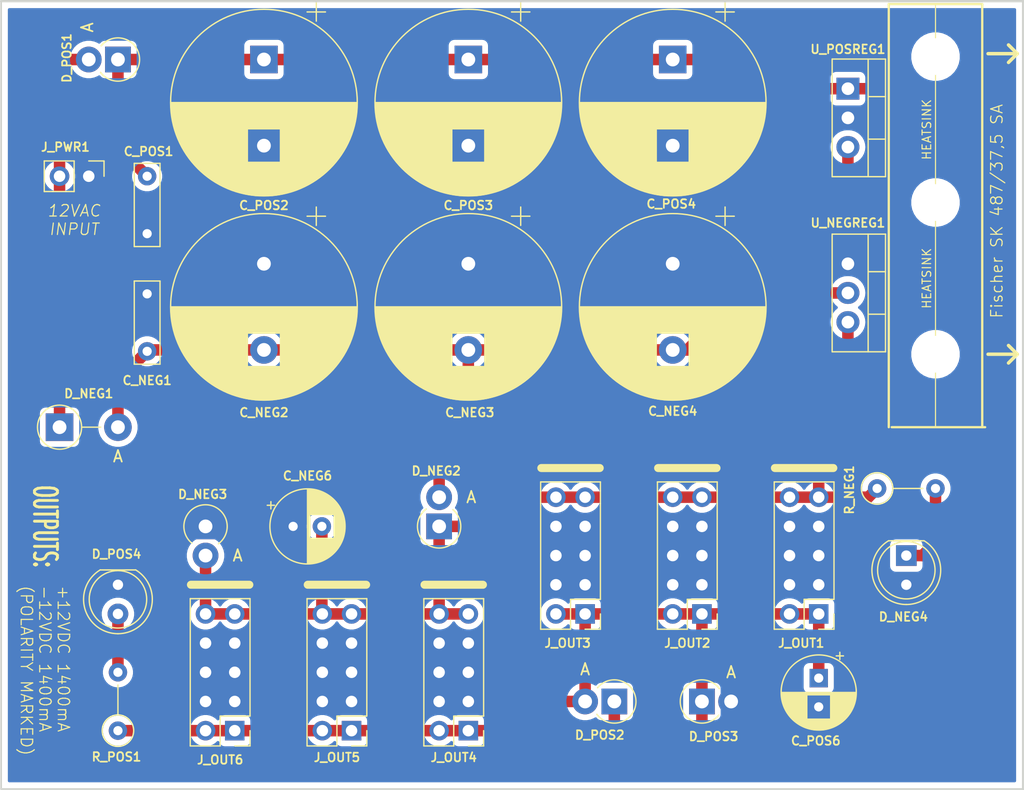
<source format=kicad_pcb>
(kicad_pcb (version 20171130) (host pcbnew "(5.1.6-0-10_14)")
  (layers (0 F.Cu signal) (31 B.Cu signal) (34 B.Paste user) (35 F.Paste user) (36 B.SilkS user) (37 F.SilkS user) (38 B.Mask user) (39 F.Mask user) (44 Edge.Cuts user))
  (net 0 "")
  (net 1 "Net-(D_POS4-Pad2)")
  (net 2 GND)
  (net 3 "Net-(D_NEG4-Pad1)")
  (net 4 /DC_NEG_IN)
  (net 5 /DC_POS_IN)
  (net 6 /AC_IN)
  (net 7 /12VDC_NEG_REG)
  (net 8 /12VDC_POS_REG)
  (module MountingHole:MountingHole_3.2mm_M3_ISO14580 (layer F.Cu) (at 157.48 84.074)
    (fp_text reference REF** hide)
    (fp_text value MountingHole_3.2mm_M3_ISO14580)
    (pad 1 np_thru_hole circle (at 0 0) (size 3.2 3.2) (drill 3.2) (layers *.Cu *.Mask))
  )
  (module MountingHole:MountingHole_3.2mm_M3_ISO14580 (layer F.Cu) (at 157.48 70.866)
    (fp_text reference REF** hide)
    (fp_text value MountingHole_3.2mm_M3_ISO14580)
    (pad 1 np_thru_hole circle (at 0 0) (size 3.2 3.2) (drill 3.2) (layers *.Cu *.Mask))
  )
  (module Capacitor_THT:CP_Radial_D16.0mm_P7.50mm (layer F.Cu) (at 99.06 76.2 270)
    (fp_text reference C_NEG2 (at 12.954 0) (layer F.SilkS) (effects (font (size 0.75 0.75))))
    (fp_text value 4700uF)
    (pad 2 thru_hole circle (at 7.5 0 270) (size 2.4 2.4) (drill 1.2) (layers *.Cu *.Mask) (net 4 /DC_NEG_IN))
    (pad 1 thru_hole rect (at 0 0 270) (size 2.4 2.4) (drill 1.2) (layers *.Cu *.Mask) (net 2 GND))
  )
  (module Capacitor_THT:CP_Radial_D6.3mm_P2.50mm (layer F.Cu) (at 101.6 99.06)
    (fp_text reference C_NEG6 (at 1.25 -4.4) (layer F.SilkS) (effects (font (size 0.75 0.75))))
    (fp_text value 100uF)
    (pad 2 thru_hole circle (at 2.5 0) (size 1.6 1.6) (drill 0.8) (layers *.Cu *.Mask) (net 7 /12VDC_NEG_REG))
    (pad 1 thru_hole rect (at 0 0) (size 1.6 1.6) (drill 0.8) (layers *.Cu *.Mask) (net 2 GND))
  )
  (module Capacitor_THT:CP_Radial_D16.0mm_P7.50mm (layer F.Cu) (at 99.06 58.42 270)
    (fp_text reference C_POS2 (at 12.7 0) (layer F.SilkS) (effects (font (size 0.75 0.75))))
    (fp_text value 4700uF)
    (pad 1 thru_hole rect (at 0 0 270) (size 2.4 2.4) (drill 1.2) (layers *.Cu *.Mask) (net 5 /DC_POS_IN))
    (pad 2 thru_hole circle (at 7.5 0 270) (size 2.4 2.4) (drill 1.2) (layers *.Cu *.Mask) (net 2 GND))
  )
  (module Package_TO_SOT_THT:TO-220-3_Vertical (layer F.Cu) (at 149.86 60.96 270)
    (fp_text reference U_POSREG1 (at -3.429 0) (layer F.SilkS) (effects (font (size 0.75 0.75))))
    (fp_text value L7812)
    (pad 3 thru_hole oval (at 5.08 0 270) (size 1.905 2) (drill 1.1) (layers *.Cu *.Mask) (net 8 /12VDC_POS_REG))
    (pad 2 thru_hole oval (at 2.54 0 270) (size 1.905 2) (drill 1.1) (layers *.Cu *.Mask) (net 2 GND))
    (pad 1 thru_hole rect (at 0 0 270) (size 1.905 2) (drill 1.1) (layers *.Cu *.Mask) (net 5 /DC_POS_IN))
  )
  (module Capacitor_THT:C_Rect_L7.0mm_W2.0mm_P5.00mm (layer F.Cu) (at 88.9 83.82 90)
    (fp_text reference C_NEG1 (at -2.54 0 180) (layer F.SilkS) (effects (font (size 0.75 0.75))))
    (fp_text value 100nF)
    (pad 2 thru_hole circle (at 5 0 90) (size 1.6 1.6) (drill 0.8) (layers *.Cu *.Mask) (net 2 GND))
    (pad 1 thru_hole circle (at 0 0 90) (size 1.6 1.6) (drill 0.8) (layers *.Cu *.Mask) (net 4 /DC_NEG_IN))
  )
  (module Capacitor_THT:CP_Radial_D16.0mm_P7.50mm (layer F.Cu) (at 116.84 76.2 270)
    (fp_text reference C_NEG3 (at 12.954 -0.127) (layer F.SilkS) (effects (font (size 0.75 0.75))))
    (fp_text value 4700uF)
    (pad 1 thru_hole rect (at 0 0 270) (size 2.4 2.4) (drill 1.2) (layers *.Cu *.Mask) (net 2 GND))
    (pad 2 thru_hole circle (at 7.5 0 270) (size 2.4 2.4) (drill 1.2) (layers *.Cu *.Mask) (net 4 /DC_NEG_IN))
  )
  (module Capacitor_THT:CP_Radial_D16.0mm_P7.50mm (layer F.Cu) (at 134.62 76.2 270)
    (fp_text reference C_NEG4 (at 12.827 0) (layer F.SilkS) (effects (font (size 0.75 0.75))))
    (fp_text value 4700uF)
    (pad 2 thru_hole circle (at 7.5 0 270) (size 2.4 2.4) (drill 1.2) (layers *.Cu *.Mask) (net 4 /DC_NEG_IN))
    (pad 1 thru_hole rect (at 0 0 270) (size 2.4 2.4) (drill 1.2) (layers *.Cu *.Mask) (net 2 GND))
  )
  (module Capacitor_THT:C_Rect_L7.0mm_W2.0mm_P5.00mm (layer F.Cu) (at 88.9 68.58 270)
    (fp_text reference C_POS1 (at -2.159 -0.127) (layer F.SilkS) (effects (font (size 0.75 0.75))))
    (fp_text value 100nF)
    (pad 1 thru_hole circle (at 0 0 270) (size 1.6 1.6) (drill 0.8) (layers *.Cu *.Mask) (net 5 /DC_POS_IN))
    (pad 2 thru_hole circle (at 5 0 270) (size 1.6 1.6) (drill 0.8) (layers *.Cu *.Mask) (net 2 GND))
  )
  (module Capacitor_THT:CP_Radial_D16.0mm_P7.50mm (layer F.Cu) (at 116.84 58.42 270)
    (fp_text reference C_POS3 (at 12.7 0) (layer F.SilkS) (effects (font (size 0.75 0.75))))
    (fp_text value 4700uF)
    (pad 2 thru_hole circle (at 7.5 0 270) (size 2.4 2.4) (drill 1.2) (layers *.Cu *.Mask) (net 2 GND))
    (pad 1 thru_hole rect (at 0 0 270) (size 2.4 2.4) (drill 1.2) (layers *.Cu *.Mask) (net 5 /DC_POS_IN))
  )
  (module Capacitor_THT:CP_Radial_D16.0mm_P7.50mm (layer F.Cu) (at 134.62 58.42 270)
    (fp_text reference C_POS4 (at 12.573 0.127) (layer F.SilkS) (effects (font (size 0.75 0.75))))
    (fp_text value 4700uF)
    (pad 1 thru_hole rect (at 0 0 270) (size 2.4 2.4) (drill 1.2) (layers *.Cu *.Mask) (net 5 /DC_POS_IN))
    (pad 2 thru_hole circle (at 7.5 0 270) (size 2.4 2.4) (drill 1.2) (layers *.Cu *.Mask) (net 2 GND))
  )
  (module Capacitor_THT:CP_Radial_D6.3mm_P2.50mm (layer F.Cu) (at 147.32 112.268 270)
    (fp_text reference C_POS6 (at 5.461 0.254) (layer F.SilkS) (effects (font (size 0.75 0.75))))
    (fp_text value 100uF)
    (pad 1 thru_hole rect (at 0 0 270) (size 1.6 1.6) (drill 0.8) (layers *.Cu *.Mask) (net 8 /12VDC_POS_REG))
    (pad 2 thru_hole circle (at 2.5 0 270) (size 1.6 1.6) (drill 0.8) (layers *.Cu *.Mask) (net 2 GND))
  )
  (module Diode_THT:D_DO-15_P2.54mm_Vertical_AnodeUp (layer F.Cu) (at 86.36 58.42 180)
    (fp_text reference D_POS1 (at 4.445 0.127 270) (layer F.SilkS) (effects (font (size 0.75 0.75))))
    (fp_text value 1N4004)
    (fp_text user A (at 2.667 2.794 270) (layer F.SilkS))
    (pad 1 thru_hole rect (at 0 0 180) (size 2.24 2.24) (drill 1.2) (layers *.Cu *.Mask) (net 5 /DC_POS_IN))
    (pad 2 thru_hole oval (at 2.54 0 180) (size 2.24 2.24) (drill 1.2) (layers *.Cu *.Mask) (net 6 /AC_IN))
  )
  (module LED_THT:LED_D5.0mm (layer F.Cu) (at 86.36 104.14 270)
    (fp_text reference D_POS4 (at -2.667 0.127) (layer F.SilkS) (effects (font (size 0.75 0.75))))
    (fp_text value LED)
    (pad 2 thru_hole circle (at 2.54 0 270) (size 1.8 1.8) (drill 0.9) (layers *.Cu *.Mask) (net 1 "Net-(D_POS4-Pad2)"))
    (pad 1 thru_hole rect (at 0 0 270) (size 1.8 1.8) (drill 0.9) (layers *.Cu *.Mask) (net 2 GND))
  )
  (module Connector_PinHeader_2.54mm:PinHeader_2x05_P2.54mm_Vertical (layer F.Cu) (at 147.32 106.68 180)
    (fp_text reference J_OUT1 (at 1.524 -2.54 180) (layer F.SilkS) (effects (font (size 0.75 0.75))))
    (fp_text value Conn_02x05_Odd_Even)
    (pad 1 thru_hole rect (at 0 0 180) (size 1.7 1.7) (drill 1) (layers *.Cu *.Mask) (net 8 /12VDC_POS_REG))
    (pad 2 thru_hole oval (at 2.54 0 180) (size 1.7 1.7) (drill 1) (layers *.Cu *.Mask) (net 8 /12VDC_POS_REG))
    (pad 3 thru_hole oval (at 0 2.54 180) (size 1.7 1.7) (drill 1) (layers *.Cu *.Mask) (net 2 GND))
    (pad 4 thru_hole oval (at 2.54 2.54 180) (size 1.7 1.7) (drill 1) (layers *.Cu *.Mask) (net 2 GND))
    (pad 5 thru_hole oval (at 0 5.08 180) (size 1.7 1.7) (drill 1) (layers *.Cu *.Mask) (net 2 GND))
    (pad 6 thru_hole oval (at 2.54 5.08 180) (size 1.7 1.7) (drill 1) (layers *.Cu *.Mask) (net 2 GND))
    (pad 7 thru_hole oval (at 0 7.62 180) (size 1.7 1.7) (drill 1) (layers *.Cu *.Mask) (net 2 GND))
    (pad 8 thru_hole oval (at 2.54 7.62 180) (size 1.7 1.7) (drill 1) (layers *.Cu *.Mask) (net 2 GND))
    (pad 9 thru_hole oval (at 0 10.16 180) (size 1.7 1.7) (drill 1) (layers *.Cu *.Mask) (net 7 /12VDC_NEG_REG))
    (pad 10 thru_hole oval (at 2.54 10.16 180) (size 1.7 1.7) (drill 1) (layers *.Cu *.Mask) (net 7 /12VDC_NEG_REG))
  )
  (module Connector_PinHeader_2.54mm:PinHeader_2x05_P2.54mm_Vertical (layer F.Cu) (at 137.16 106.68 180)
    (fp_text reference J_OUT2 (at 1.27 -2.54 180) (layer F.SilkS) (effects (font (size 0.75 0.75))))
    (fp_text value Conn_02x05_Odd_Even)
    (pad 10 thru_hole oval (at 2.54 10.16 180) (size 1.7 1.7) (drill 1) (layers *.Cu *.Mask) (net 7 /12VDC_NEG_REG))
    (pad 9 thru_hole oval (at 0 10.16 180) (size 1.7 1.7) (drill 1) (layers *.Cu *.Mask) (net 7 /12VDC_NEG_REG))
    (pad 8 thru_hole oval (at 2.54 7.62 180) (size 1.7 1.7) (drill 1) (layers *.Cu *.Mask) (net 2 GND))
    (pad 7 thru_hole oval (at 0 7.62 180) (size 1.7 1.7) (drill 1) (layers *.Cu *.Mask) (net 2 GND))
    (pad 6 thru_hole oval (at 2.54 5.08 180) (size 1.7 1.7) (drill 1) (layers *.Cu *.Mask) (net 2 GND))
    (pad 5 thru_hole oval (at 0 5.08 180) (size 1.7 1.7) (drill 1) (layers *.Cu *.Mask) (net 2 GND))
    (pad 4 thru_hole oval (at 2.54 2.54 180) (size 1.7 1.7) (drill 1) (layers *.Cu *.Mask) (net 2 GND))
    (pad 3 thru_hole oval (at 0 2.54 180) (size 1.7 1.7) (drill 1) (layers *.Cu *.Mask) (net 2 GND))
    (pad 2 thru_hole oval (at 2.54 0 180) (size 1.7 1.7) (drill 1) (layers *.Cu *.Mask) (net 8 /12VDC_POS_REG))
    (pad 1 thru_hole rect (at 0 0 180) (size 1.7 1.7) (drill 1) (layers *.Cu *.Mask) (net 8 /12VDC_POS_REG))
  )
  (module Connector_PinHeader_2.54mm:PinHeader_2x05_P2.54mm_Vertical (layer F.Cu) (at 127 106.68 180)
    (fp_text reference J_OUT3 (at 1.524 -2.54 180) (layer F.SilkS) (effects (font (size 0.75 0.75))))
    (fp_text value Conn_02x05_Odd_Even)
    (pad 1 thru_hole rect (at 0 0 180) (size 1.7 1.7) (drill 1) (layers *.Cu *.Mask) (net 8 /12VDC_POS_REG))
    (pad 2 thru_hole oval (at 2.54 0 180) (size 1.7 1.7) (drill 1) (layers *.Cu *.Mask) (net 8 /12VDC_POS_REG))
    (pad 3 thru_hole oval (at 0 2.54 180) (size 1.7 1.7) (drill 1) (layers *.Cu *.Mask) (net 2 GND))
    (pad 4 thru_hole oval (at 2.54 2.54 180) (size 1.7 1.7) (drill 1) (layers *.Cu *.Mask) (net 2 GND))
    (pad 5 thru_hole oval (at 0 5.08 180) (size 1.7 1.7) (drill 1) (layers *.Cu *.Mask) (net 2 GND))
    (pad 6 thru_hole oval (at 2.54 5.08 180) (size 1.7 1.7) (drill 1) (layers *.Cu *.Mask) (net 2 GND))
    (pad 7 thru_hole oval (at 0 7.62 180) (size 1.7 1.7) (drill 1) (layers *.Cu *.Mask) (net 2 GND))
    (pad 8 thru_hole oval (at 2.54 7.62 180) (size 1.7 1.7) (drill 1) (layers *.Cu *.Mask) (net 2 GND))
    (pad 9 thru_hole oval (at 0 10.16 180) (size 1.7 1.7) (drill 1) (layers *.Cu *.Mask) (net 7 /12VDC_NEG_REG))
    (pad 10 thru_hole oval (at 2.54 10.16 180) (size 1.7 1.7) (drill 1) (layers *.Cu *.Mask) (net 7 /12VDC_NEG_REG))
  )
  (module Connector_PinHeader_2.54mm:PinHeader_2x05_P2.54mm_Vertical (layer F.Cu) (at 116.84 116.84 180)
    (fp_text reference J_OUT4 (at 1.27 -2.33 180) (layer F.SilkS) (effects (font (size 0.75 0.75))))
    (fp_text value Conn_02x05_Odd_Even)
    (pad 10 thru_hole oval (at 2.54 10.16 180) (size 1.7 1.7) (drill 1) (layers *.Cu *.Mask) (net 7 /12VDC_NEG_REG))
    (pad 9 thru_hole oval (at 0 10.16 180) (size 1.7 1.7) (drill 1) (layers *.Cu *.Mask) (net 7 /12VDC_NEG_REG))
    (pad 8 thru_hole oval (at 2.54 7.62 180) (size 1.7 1.7) (drill 1) (layers *.Cu *.Mask) (net 2 GND))
    (pad 7 thru_hole oval (at 0 7.62 180) (size 1.7 1.7) (drill 1) (layers *.Cu *.Mask) (net 2 GND))
    (pad 6 thru_hole oval (at 2.54 5.08 180) (size 1.7 1.7) (drill 1) (layers *.Cu *.Mask) (net 2 GND))
    (pad 5 thru_hole oval (at 0 5.08 180) (size 1.7 1.7) (drill 1) (layers *.Cu *.Mask) (net 2 GND))
    (pad 4 thru_hole oval (at 2.54 2.54 180) (size 1.7 1.7) (drill 1) (layers *.Cu *.Mask) (net 2 GND))
    (pad 3 thru_hole oval (at 0 2.54 180) (size 1.7 1.7) (drill 1) (layers *.Cu *.Mask) (net 2 GND))
    (pad 2 thru_hole oval (at 2.54 0 180) (size 1.7 1.7) (drill 1) (layers *.Cu *.Mask) (net 8 /12VDC_POS_REG))
    (pad 1 thru_hole rect (at 0 0 180) (size 1.7 1.7) (drill 1) (layers *.Cu *.Mask) (net 8 /12VDC_POS_REG))
  )
  (module Connector_PinHeader_2.54mm:PinHeader_2x05_P2.54mm_Vertical (layer F.Cu) (at 106.68 116.84 180)
    (fp_text reference J_OUT5 (at 1.27 -2.33 180) (layer F.SilkS) (effects (font (size 0.75 0.75))))
    (fp_text value Conn_02x05_Odd_Even)
    (pad 1 thru_hole rect (at 0 0 180) (size 1.7 1.7) (drill 1) (layers *.Cu *.Mask) (net 8 /12VDC_POS_REG))
    (pad 2 thru_hole oval (at 2.54 0 180) (size 1.7 1.7) (drill 1) (layers *.Cu *.Mask) (net 8 /12VDC_POS_REG))
    (pad 3 thru_hole oval (at 0 2.54 180) (size 1.7 1.7) (drill 1) (layers *.Cu *.Mask) (net 2 GND))
    (pad 4 thru_hole oval (at 2.54 2.54 180) (size 1.7 1.7) (drill 1) (layers *.Cu *.Mask) (net 2 GND))
    (pad 5 thru_hole oval (at 0 5.08 180) (size 1.7 1.7) (drill 1) (layers *.Cu *.Mask) (net 2 GND))
    (pad 6 thru_hole oval (at 2.54 5.08 180) (size 1.7 1.7) (drill 1) (layers *.Cu *.Mask) (net 2 GND))
    (pad 7 thru_hole oval (at 0 7.62 180) (size 1.7 1.7) (drill 1) (layers *.Cu *.Mask) (net 2 GND))
    (pad 8 thru_hole oval (at 2.54 7.62 180) (size 1.7 1.7) (drill 1) (layers *.Cu *.Mask) (net 2 GND))
    (pad 9 thru_hole oval (at 0 10.16 180) (size 1.7 1.7) (drill 1) (layers *.Cu *.Mask) (net 7 /12VDC_NEG_REG))
    (pad 10 thru_hole oval (at 2.54 10.16 180) (size 1.7 1.7) (drill 1) (layers *.Cu *.Mask) (net 7 /12VDC_NEG_REG))
  )
  (module Connector_PinHeader_2.54mm:PinHeader_2x05_P2.54mm_Vertical (layer F.Cu) (at 96.52 116.84 180)
    (fp_text reference J_OUT6 (at 1.27 -2.54 180) (layer F.SilkS) (effects (font (size 0.75 0.75))))
    (fp_text value Conn_02x05_Odd_Even)
    (pad 10 thru_hole oval (at 2.54 10.16 180) (size 1.7 1.7) (drill 1) (layers *.Cu *.Mask) (net 7 /12VDC_NEG_REG))
    (pad 9 thru_hole oval (at 0 10.16 180) (size 1.7 1.7) (drill 1) (layers *.Cu *.Mask) (net 7 /12VDC_NEG_REG))
    (pad 8 thru_hole oval (at 2.54 7.62 180) (size 1.7 1.7) (drill 1) (layers *.Cu *.Mask) (net 2 GND))
    (pad 7 thru_hole oval (at 0 7.62 180) (size 1.7 1.7) (drill 1) (layers *.Cu *.Mask) (net 2 GND))
    (pad 6 thru_hole oval (at 2.54 5.08 180) (size 1.7 1.7) (drill 1) (layers *.Cu *.Mask) (net 2 GND))
    (pad 5 thru_hole oval (at 0 5.08 180) (size 1.7 1.7) (drill 1) (layers *.Cu *.Mask) (net 2 GND))
    (pad 4 thru_hole oval (at 2.54 2.54 180) (size 1.7 1.7) (drill 1) (layers *.Cu *.Mask) (net 2 GND))
    (pad 3 thru_hole oval (at 0 2.54 180) (size 1.7 1.7) (drill 1) (layers *.Cu *.Mask) (net 2 GND))
    (pad 2 thru_hole oval (at 2.54 0 180) (size 1.7 1.7) (drill 1) (layers *.Cu *.Mask) (net 8 /12VDC_POS_REG))
    (pad 1 thru_hole rect (at 0 0 180) (size 1.7 1.7) (drill 1) (layers *.Cu *.Mask) (net 8 /12VDC_POS_REG))
  )
  (module Connector_PinHeader_2.54mm:PinHeader_1x02_P2.54mm_Vertical (layer F.Cu) (at 83.82 68.58 270)
    (fp_text reference J_PWR1 (at -2.54 2.032) (layer F.SilkS) (effects (font (size 0.75 0.75))))
    (fp_text value Conn_01x02)
    (pad 1 thru_hole rect (at 0 0 270) (size 1.7 1.7) (drill 1) (layers *.Cu *.Mask) (net 2 GND))
    (pad 2 thru_hole oval (at 0 2.54 270) (size 1.7 1.7) (drill 1) (layers *.Cu *.Mask) (net 6 /AC_IN))
  )
  (module Resistor_THT:R_Axial_DIN0207_L6.3mm_D2.5mm_P5.08mm_Vertical (layer F.Cu) (at 152.4 95.758)
    (fp_text reference R_NEG1 (at -2.413 0.127 -270) (layer F.SilkS) (effects (font (size 0.75 0.75))))
    (fp_text value 1K)
    (pad 1 thru_hole circle (at 0 0) (size 1.6 1.6) (drill 0.8) (layers *.Cu *.Mask) (net 7 /12VDC_NEG_REG))
    (pad 2 thru_hole oval (at 5.08 0) (size 1.6 1.6) (drill 0.8) (layers *.Cu *.Mask) (net 3 "Net-(D_NEG4-Pad1)"))
  )
  (module Resistor_THT:R_Axial_DIN0207_L6.3mm_D2.5mm_P5.08mm_Vertical (layer F.Cu) (at 86.36 116.84 90)
    (fp_text reference R_POS1 (at -2.286 -0.127 180) (layer F.SilkS) (effects (font (size 0.75 0.75))))
    (fp_text value 1K)
    (pad 2 thru_hole oval (at 5.08 0 90) (size 1.6 1.6) (drill 0.8) (layers *.Cu *.Mask) (net 1 "Net-(D_POS4-Pad2)"))
    (pad 1 thru_hole circle (at 0 0 90) (size 1.6 1.6) (drill 0.8) (layers *.Cu *.Mask) (net 8 /12VDC_POS_REG))
  )
  (module Package_TO_SOT_THT:TO-220-3_Vertical (layer F.Cu) (at 149.86 76.2 270)
    (fp_text reference U_NEGREG1 (at -3.556 0) (layer F.SilkS) (effects (font (size 0.75 0.75))))
    (fp_text value L7912)
    (pad 1 thru_hole rect (at 0 0 270) (size 1.905 2) (drill 1.1) (layers *.Cu *.Mask) (net 2 GND))
    (pad 2 thru_hole oval (at 2.54 0 270) (size 1.905 2) (drill 1.1) (layers *.Cu *.Mask) (net 4 /DC_NEG_IN))
    (pad 3 thru_hole oval (at 5.08 0 270) (size 1.905 2) (drill 1.1) (layers *.Cu *.Mask) (net 7 /12VDC_NEG_REG))
  )
  (module Diode_THT:D_DO-15_P2.54mm_Vertical_AnodeUp (layer F.Cu) (at 114.3 99.06 90)
    (fp_text reference D_NEG2 (at 4.826 -0.254 180) (layer F.SilkS) (effects (font (size 0.75 0.75))))
    (fp_text value 1N4004)
    (fp_text user A (at 2.54 2.794 180) (layer F.SilkS))
    (pad 2 thru_hole oval (at 2.54 0 90) (size 2.24 2.24) (drill 1.2) (layers *.Cu *.Mask) (net 4 /DC_NEG_IN))
    (pad 1 thru_hole rect (at 0 0 90) (size 2.24 2.24) (drill 1.2) (layers *.Cu *.Mask) (net 7 /12VDC_NEG_REG))
  )
  (module Diode_THT:D_DO-15_P2.54mm_Vertical_AnodeUp (layer F.Cu) (at 93.98 99.06 270)
    (fp_text reference D_NEG3 (at -2.794 0.254) (layer F.SilkS) (effects (font (size 0.75 0.75))))
    (fp_text value 1N4004)
    (fp_text user A (at 2.54 -2.794) (layer F.SilkS))
    (pad 1 thru_hole rect (at 0 0 270) (size 2.24 2.24) (drill 1.2) (layers *.Cu *.Mask) (net 2 GND))
    (pad 2 thru_hole oval (at 2.54 0 270) (size 2.24 2.24) (drill 1.2) (layers *.Cu *.Mask) (net 7 /12VDC_NEG_REG))
  )
  (module Diode_THT:D_DO-15_P2.54mm_Vertical_AnodeUp (layer F.Cu) (at 129.54 114.3 180)
    (fp_text reference D_POS2 (at 1.27 -2.92 180) (layer F.SilkS) (effects (font (size 0.75 0.75))))
    (fp_text value 1N4004)
    (fp_text user A (at 2.54 2.794 180) (layer F.SilkS))
    (pad 1 thru_hole rect (at 0 0 180) (size 2.24 2.24) (drill 1.2) (layers *.Cu *.Mask) (net 5 /DC_POS_IN))
    (pad 2 thru_hole oval (at 2.54 0 180) (size 2.24 2.24) (drill 1.2) (layers *.Cu *.Mask) (net 8 /12VDC_POS_REG))
  )
  (module Diode_THT:D_DO-15_P2.54mm_Vertical_AnodeUp (layer F.Cu) (at 137.16 114.3)
    (fp_text reference D_POS3 (at 1.016 3.048) (layer F.SilkS) (effects (font (size 0.75 0.75))))
    (fp_text value 1N4004)
    (fp_text user A (at 2.54 -2.54) (layer F.SilkS))
    (pad 2 thru_hole oval (at 2.54 0) (size 2.24 2.24) (drill 1.2) (layers *.Cu *.Mask) (net 2 GND))
    (pad 1 thru_hole rect (at 0 0) (size 2.24 2.24) (drill 1.2) (layers *.Cu *.Mask) (net 8 /12VDC_POS_REG))
  )
  (module Diode_THT:D_DO-15_P5.08mm_Vertical_AnodeUp (layer F.Cu) (at 81.28 90.424)
    (fp_text reference D_NEG1 (at 2.54 -2.92) (layer F.SilkS) (effects (font (size 0.75 0.75))))
    (fp_text value 1N4007)
    (fp_text user A (at 5.08 2.54) (layer F.SilkS))
    (pad 1 thru_hole rect (at 0 0) (size 2.4 2.4) (drill 1.2) (layers *.Cu *.Mask) (net 6 /AC_IN))
    (pad 2 thru_hole oval (at 5.08 0) (size 2.4 2.4) (drill 1.2) (layers *.Cu *.Mask) (net 4 /DC_NEG_IN))
  )
  (module LED_THT:LED_D5.0mm (layer F.Cu) (at 154.94 101.6 270)
    (fp_text reference D_NEG4 (at 5.334 0.254) (layer F.SilkS) (effects (font (size 0.75 0.75))))
    (fp_text value LED)
    (pad 1 thru_hole rect (at 0 0 270) (size 1.8 1.8) (drill 0.9) (layers *.Cu *.Mask) (net 3 "Net-(D_NEG4-Pad1)"))
    (pad 2 thru_hole circle (at 2.54 0 270) (size 1.8 1.8) (drill 0.9) (layers *.Cu *.Mask) (net 2 GND))
  )
  (module MountingHole:MountingHole_3.2mm_M3_ISO14580 (layer F.Cu) (at 157.48 58.166)
    (fp_text reference REF** hide)
    (fp_text value MountingHole_3.2mm_M3_ISO14580)
    (pad 1 np_thru_hole circle (at 0 0) (size 3.2 3.2) (drill 3.2) (layers *.Cu *.Mask))
  )
  (gr_text OUTPUTS: (at 80.01 99.06 270) (layer F.SilkS) (effects (font (size 2 1) (thickness 0.25))))
  (gr_text "+12VDC 1400mA\n-12VDC 1400mA \n(POLARITY MARKED)" (at 80.01 104.14 270) (layer F.SilkS) (effects (font (size 1 1) (thickness 0.1)) (justify left)))
  (gr_line (start 164.592 84.074) (end 163.83 84.836) (layer F.SilkS) (width 0.3))
  (gr_line (start 164.592 84.074) (end 163.83 83.312) (layer F.SilkS) (width 0.3))
  (gr_line (start 162.052 84.074) (end 164.592 84.074) (layer F.SilkS) (width 0.3))
  (gr_line (start 164.592 57.912) (end 163.83 57.15) (layer F.SilkS) (width 0.3))
  (gr_line (start 164.592 57.912) (end 163.83 58.674) (layer F.SilkS) (width 0.3))
  (gr_line (start 162.052 57.912) (end 164.592 57.912) (layer F.SilkS) (width 0.3))
  (gr_line (start 161.544 53.594) (end 161.544 90.424) (layer F.SilkS) (width 0.2))
  (gr_line (start 153.416 53.594) (end 153.416 90.424) (layer F.SilkS) (width 0.2))
  (gr_line (start 161.544 53.594) (end 153.416 53.594) (layer F.SilkS) (width 0.2))
  (gr_line (start 161.798 90.424) (end 153.67 90.424) (layer F.SilkS) (width 0.2))
  (gr_text "12VAC\nINPUT" (at 82.55 72.39) (layer F.SilkS) (effects (font (size 1 1) (thickness 0.1) italic)))
  (gr_text "Fischer SK 487/37,5 SA" (at 162.814 71.628 90) (layer F.SilkS) (effects (font (size 1 1) (thickness 0.1))))
  (gr_line (start 97.79 104.14) (end 92.71 104.14) (layer F.SilkS) (width 0.7))
  (gr_line (start 107.95 104.14) (end 102.87 104.14) (layer F.SilkS) (width 0.7))
  (gr_line (start 118.11 104.14) (end 113.03 104.14) (layer F.SilkS) (width 0.7))
  (gr_line (start 128.27 93.98) (end 123.19 93.98) (layer F.SilkS) (width 0.7))
  (gr_line (start 138.43 93.98) (end 133.35 93.98) (layer F.SilkS) (width 0.7))
  (gr_line (start 148.59 93.98) (end 143.51 93.98) (layer F.SilkS) (width 0.7))
  (gr_text HEATSINK (at 156.718 77.47 90) (layer F.SilkS) (effects (font (size 0.75 0.75) (thickness 0.1))))
  (gr_text HEATSINK (at 156.718 64.516 90) (layer F.SilkS) (effects (font (size 0.75 0.75) (thickness 0.1))))
  (gr_line (start 157.48 53.594) (end 157.48 90.424) (layer F.SilkS) (width 0.1))
  (gr_line (start 76.2 121.92) (end 76.2 53.34) (layer Edge.Cuts) (width 0.15))
  (gr_line (start 165.1 121.92) (end 76.2 121.92) (layer Edge.Cuts) (width 0.15))
  (gr_line (start 165.1 53.34) (end 165.1 121.92) (layer Edge.Cuts) (width 0.2))
  (gr_line (start 76.2 53.34) (end 165.1 53.34) (layer Edge.Cuts) (width 0.2))
  (segment (start 86.36 106.68) (end 86.36 111.76) (width 1) (layer F.Cu) (net 1))
  (segment (start 147.28 114.3) (end 147.32 114.26) (width 0.5) (layer F.Cu) (net 2))
  (segment (start 156.34 101.6) (end 154.94 101.6) (width 1) (layer F.Cu) (net 3))
  (segment (start 157.48 100.46) (end 156.34 101.6) (width 1) (layer F.Cu) (net 3))
  (segment (start 157.48 95.758) (end 157.48 100.46) (width 1) (layer F.Cu) (net 3))
  (segment (start 89.02 83.7) (end 135.89 83.7) (width 1) (layer F.Cu) (net 4))
  (segment (start 140.85 78.74) (end 135.89 83.7) (width 1) (layer F.Cu) (net 4))
  (segment (start 149.86 78.74) (end 140.85 78.74) (width 1) (layer F.Cu) (net 4))
  (segment (start 89.02 83.7) (end 88.9 83.82) (width 0.5) (layer F.Cu) (net 4))
  (segment (start 116.96 83.7) (end 118.11 83.7) (width 0.5) (layer F.Cu) (net 4))
  (segment (start 116.84 83.82) (end 116.96 83.7) (width 0.5) (layer F.Cu) (net 4))
  (segment (start 86.36 86.36) (end 88.9 83.82) (width 1) (layer F.Cu) (net 4))
  (segment (start 86.36 90.424) (end 86.36 86.36) (width 1) (layer F.Cu) (net 4))
  (segment (start 116.84 90.17) (end 116.84 83.82) (width 1) (layer F.Cu) (net 4))
  (segment (start 114.3 92.71) (end 116.84 90.17) (width 1) (layer F.Cu) (net 4))
  (segment (start 114.3 96.52) (end 114.3 92.71) (width 1) (layer F.Cu) (net 4))
  (segment (start 86.36 66.04) (end 88.9 68.58) (width 1) (layer F.Cu) (net 5))
  (segment (start 86.36 58.42) (end 86.36 66.04) (width 1) (layer F.Cu) (net 5))
  (segment (start 158.75 120.65) (end 129.54 120.65) (width 1) (layer F.Cu) (net 5))
  (segment (start 163.83 115.57) (end 158.75 120.65) (width 1) (layer F.Cu) (net 5))
  (segment (start 86.36 58.42) (end 144.78 58.42) (width 1) (layer F.Cu) (net 5))
  (segment (start 154.178 60.96) (end 163.83 70.612) (width 1) (layer F.Cu) (net 5))
  (segment (start 163.83 70.612) (end 163.83 115.57) (width 1) (layer F.Cu) (net 5))
  (segment (start 129.54 120.65) (end 129.54 114.3) (width 1) (layer F.Cu) (net 5))
  (segment (start 147.32 60.96) (end 154.178 60.96) (width 1) (layer F.Cu) (net 5))
  (segment (start 144.78 58.42) (end 147.32 60.96) (width 1) (layer F.Cu) (net 5))
  (segment (start 81.28 90.424) (end 81.28 68.58) (width 1) (layer F.Cu) (net 6))
  (segment (start 81.28 58.42) (end 83.82 58.42) (width 1) (layer F.Cu) (net 6))
  (segment (start 81.28 68.58) (end 81.28 58.42) (width 1) (layer F.Cu) (net 6))
  (segment (start 116.84 106.68) (end 93.98 106.68) (width 1) (layer F.Cu) (net 7))
  (segment (start 147.32 96.52) (end 124.46 96.52) (width 1) (layer F.Cu) (net 7))
  (segment (start 104.1 106.64) (end 104.14 106.68) (width 0.5) (layer F.Cu) (net 7))
  (segment (start 104.1 99.06) (end 104.1 106.64) (width 1) (layer F.Cu) (net 7))
  (segment (start 93.98 101.6) (end 93.98 106.68) (width 1) (layer F.Cu) (net 7))
  (segment (start 114.3 106.68) (end 114.3 99.06) (width 1) (layer F.Cu) (net 7))
  (segment (start 119.38 96.52) (end 124.46 96.52) (width 1) (layer F.Cu) (net 7))
  (segment (start 114.3 99.06) (end 116.84 99.06) (width 1) (layer F.Cu) (net 7))
  (segment (start 116.84 99.06) (end 119.38 96.52) (width 1) (layer F.Cu) (net 7))
  (segment (start 147.32 89.916) (end 147.32 96.52) (width 1) (layer F.Cu) (net 7))
  (segment (start 149.86 87.376) (end 147.32 89.916) (width 1) (layer F.Cu) (net 7))
  (segment (start 149.86 81.28) (end 149.86 87.376) (width 1) (layer F.Cu) (net 7))
  (segment (start 151.638 96.52) (end 152.4 95.758) (width 1) (layer F.Cu) (net 7))
  (segment (start 147.32 96.52) (end 151.638 96.52) (width 1) (layer F.Cu) (net 7))
  (segment (start 86.36 116.84) (end 93.98 116.84) (width 1) (layer F.Cu) (net 8))
  (segment (start 116.84 116.84) (end 93.98 116.84) (width 1) (layer F.Cu) (net 8))
  (segment (start 127 114.3) (end 127 106.68) (width 1) (layer F.Cu) (net 8))
  (segment (start 124.46 106.68) (end 147.32 106.68) (width 1) (layer F.Cu) (net 8))
  (segment (start 137.16 114.3) (end 137.16 106.68) (width 1) (layer F.Cu) (net 8))
  (segment (start 147.32 111.76) (end 147.32 106.68) (width 1) (layer F.Cu) (net 8))
  (segment (start 121.92 114.3) (end 127 114.3) (width 1) (layer F.Cu) (net 8))
  (segment (start 116.84 116.84) (end 119.38 116.84) (width 1) (layer F.Cu) (net 8))
  (segment (start 119.38 116.84) (end 121.92 114.3) (width 1) (layer F.Cu) (net 8))
  (segment (start 137.16 117.856) (end 137.16 114.3) (width 1) (layer F.Cu) (net 8))
  (segment (start 156.464 117.856) (end 137.16 117.856) (width 1) (layer F.Cu) (net 8))
  (segment (start 161.798 112.522) (end 156.464 117.856) (width 1) (layer F.Cu) (net 8))
  (segment (start 161.798 81.026) (end 161.798 112.522) (width 1) (layer F.Cu) (net 8))
  (segment (start 149.86 69.088) (end 161.798 81.026) (width 1) (layer F.Cu) (net 8))
  (segment (start 149.86 66.04) (end 149.86 69.088) (width 1) (layer F.Cu) (net 8))
  (zone (net 2) (net_name GND) (layer B.Cu) (connect_pads yes (clearance 0.508)) (min_thickness 0.254) (fill yes (arc_segments 32) (thermal_gap 0.508) (thermal_bridge_width 0.508))
    (polygon (pts (xy 165.1 121.92) (xy 76.2 121.92) (xy 76.2 53.34) (xy 165.1 53.34)))
  )
)
</source>
